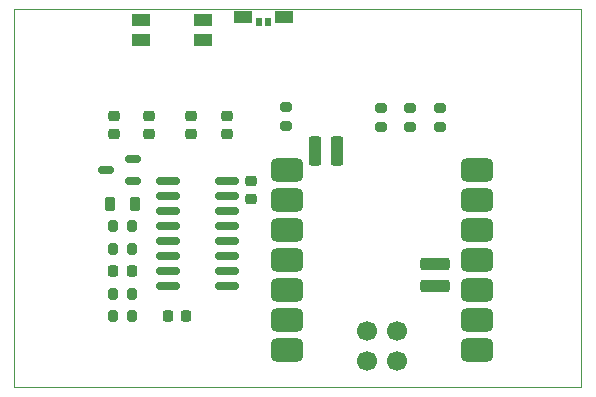
<source format=gtp>
G04 #@! TF.GenerationSoftware,KiCad,Pcbnew,9.0.2*
G04 #@! TF.CreationDate,2025-08-04T18:18:05+01:00*
G04 #@! TF.ProjectId,mito,6d69746f-2e6b-4696-9361-645f70636258,rev?*
G04 #@! TF.SameCoordinates,Original*
G04 #@! TF.FileFunction,Paste,Top*
G04 #@! TF.FilePolarity,Positive*
%FSLAX46Y46*%
G04 Gerber Fmt 4.6, Leading zero omitted, Abs format (unit mm)*
G04 Created by KiCad (PCBNEW 9.0.2) date 2025-08-04 18:18:05*
%MOMM*%
%LPD*%
G01*
G04 APERTURE LIST*
G04 Aperture macros list*
%AMRoundRect*
0 Rectangle with rounded corners*
0 $1 Rounding radius*
0 $2 $3 $4 $5 $6 $7 $8 $9 X,Y pos of 4 corners*
0 Add a 4 corners polygon primitive as box body*
4,1,4,$2,$3,$4,$5,$6,$7,$8,$9,$2,$3,0*
0 Add four circle primitives for the rounded corners*
1,1,$1+$1,$2,$3*
1,1,$1+$1,$4,$5*
1,1,$1+$1,$6,$7*
1,1,$1+$1,$8,$9*
0 Add four rect primitives between the rounded corners*
20,1,$1+$1,$2,$3,$4,$5,0*
20,1,$1+$1,$4,$5,$6,$7,0*
20,1,$1+$1,$6,$7,$8,$9,0*
20,1,$1+$1,$8,$9,$2,$3,0*%
G04 Aperture macros list end*
%ADD10RoundRect,0.200000X-0.275000X0.200000X-0.275000X-0.200000X0.275000X-0.200000X0.275000X0.200000X0*%
%ADD11RoundRect,0.200000X-0.200000X-0.275000X0.200000X-0.275000X0.200000X0.275000X-0.200000X0.275000X0*%
%ADD12RoundRect,0.225000X-0.250000X0.225000X-0.250000X-0.225000X0.250000X-0.225000X0.250000X0.225000X0*%
%ADD13R,1.500000X1.000000*%
%ADD14R,0.500000X0.800000*%
%ADD15RoundRect,0.225000X0.250000X-0.225000X0.250000X0.225000X-0.250000X0.225000X-0.250000X-0.225000X0*%
%ADD16RoundRect,0.225000X0.225000X0.250000X-0.225000X0.250000X-0.225000X-0.250000X0.225000X-0.250000X0*%
%ADD17RoundRect,0.150000X-0.825000X-0.150000X0.825000X-0.150000X0.825000X0.150000X-0.825000X0.150000X0*%
%ADD18RoundRect,0.220000X-0.220000X-0.380000X0.220000X-0.380000X0.220000X0.380000X-0.220000X0.380000X0*%
%ADD19RoundRect,0.225000X-0.225000X-0.250000X0.225000X-0.250000X0.225000X0.250000X-0.225000X0.250000X0*%
%ADD20RoundRect,0.500000X0.875000X0.500000X-0.875000X0.500000X-0.875000X-0.500000X0.875000X-0.500000X0*%
%ADD21RoundRect,0.275000X-0.975000X-0.275000X0.975000X-0.275000X0.975000X0.275000X-0.975000X0.275000X0*%
%ADD22RoundRect,0.275000X0.275000X-0.975000X0.275000X0.975000X-0.275000X0.975000X-0.275000X-0.975000X0*%
%ADD23C,1.700000*%
%ADD24R,1.550000X1.000000*%
%ADD25RoundRect,0.150000X0.512500X0.150000X-0.512500X0.150000X-0.512500X-0.150000X0.512500X-0.150000X0*%
G04 #@! TA.AperFunction,Profile*
%ADD26C,0.050000*%
G04 #@! TD*
G04 APERTURE END LIST*
D10*
X156000000Y-94255000D03*
X156000000Y-95895000D03*
D11*
X141331100Y-106273600D03*
X142971100Y-106273600D03*
D10*
X169025000Y-94330000D03*
X169025000Y-95970000D03*
D12*
X153025000Y-100545000D03*
X153025000Y-102105000D03*
D13*
X152310000Y-86614208D03*
D14*
X153660000Y-87114208D03*
X154460000Y-87114208D03*
D13*
X155810000Y-86614208D03*
D15*
X150975000Y-96600000D03*
X150975000Y-95040000D03*
D16*
X147531100Y-111988600D03*
X145971100Y-111988600D03*
D10*
X166525000Y-94330000D03*
X166525000Y-95970000D03*
D17*
X146026100Y-100558600D03*
X146026100Y-101828600D03*
X146026100Y-103098600D03*
X146026100Y-104368600D03*
X146026100Y-105638600D03*
X146026100Y-106908600D03*
X146026100Y-108178600D03*
X146026100Y-109448600D03*
X150976100Y-109448600D03*
X150976100Y-108178600D03*
X150976100Y-106908600D03*
X150976100Y-105638600D03*
X150976100Y-104368600D03*
X150976100Y-103098600D03*
X150976100Y-101828600D03*
X150976100Y-100558600D03*
D10*
X164025000Y-94330000D03*
X164025000Y-95970000D03*
D18*
X141090000Y-102500000D03*
X143210000Y-102500000D03*
D19*
X141371100Y-108178600D03*
X142931100Y-108178600D03*
D11*
X141331100Y-110083600D03*
X142971100Y-110083600D03*
X141331100Y-111988600D03*
X142971100Y-111988600D03*
D15*
X141400000Y-96600000D03*
X141400000Y-95040000D03*
X147975000Y-96600000D03*
X147975000Y-95040000D03*
D20*
X172200000Y-114841500D03*
X172200000Y-112301500D03*
X172200000Y-109761500D03*
X172200000Y-107221500D03*
X172200000Y-104681500D03*
X172200000Y-102141500D03*
X172200000Y-99601500D03*
X156035000Y-99601500D03*
X156035000Y-102141500D03*
X156035000Y-104681500D03*
X156035000Y-107221500D03*
X156035000Y-109761500D03*
X156035000Y-112301500D03*
X156035000Y-114841500D03*
D21*
X168590000Y-107535000D03*
X168590000Y-109440000D03*
D22*
X160335000Y-97984600D03*
X158430000Y-97984600D03*
D23*
X165415000Y-115790000D03*
X162875000Y-115790000D03*
X165415000Y-113250000D03*
X162875000Y-113250000D03*
D15*
X144400000Y-96600000D03*
X144400000Y-95040000D03*
D24*
X143750000Y-86900000D03*
X149000000Y-86900000D03*
X143750000Y-88600000D03*
X149000000Y-88600000D03*
D25*
X143037500Y-100550000D03*
X143037500Y-98650000D03*
X140762500Y-99600000D03*
D11*
X141326100Y-104368600D03*
X142976100Y-104368600D03*
D26*
X133000000Y-86000000D02*
X181000000Y-86000000D01*
X181000000Y-118000000D01*
X133000000Y-118000000D01*
X133000000Y-86000000D01*
M02*

</source>
